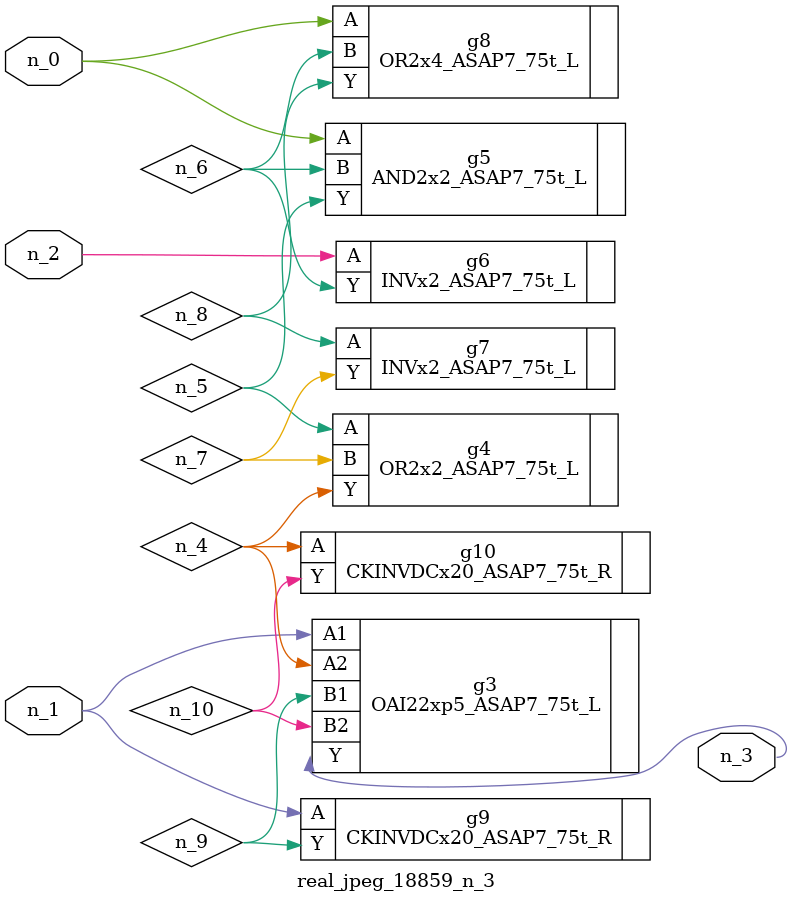
<source format=v>
module real_jpeg_18859_n_3 (n_1, n_0, n_2, n_3);

input n_1;
input n_0;
input n_2;

output n_3;

wire n_5;
wire n_4;
wire n_8;
wire n_6;
wire n_7;
wire n_10;
wire n_9;

AND2x2_ASAP7_75t_L g5 ( 
.A(n_0),
.B(n_6),
.Y(n_5)
);

OR2x4_ASAP7_75t_L g8 ( 
.A(n_0),
.B(n_6),
.Y(n_8)
);

OAI22xp5_ASAP7_75t_L g3 ( 
.A1(n_1),
.A2(n_4),
.B1(n_9),
.B2(n_10),
.Y(n_3)
);

CKINVDCx20_ASAP7_75t_R g9 ( 
.A(n_1),
.Y(n_9)
);

INVx2_ASAP7_75t_L g6 ( 
.A(n_2),
.Y(n_6)
);

CKINVDCx20_ASAP7_75t_R g10 ( 
.A(n_4),
.Y(n_10)
);

OR2x2_ASAP7_75t_L g4 ( 
.A(n_5),
.B(n_7),
.Y(n_4)
);

INVx2_ASAP7_75t_L g7 ( 
.A(n_8),
.Y(n_7)
);


endmodule
</source>
